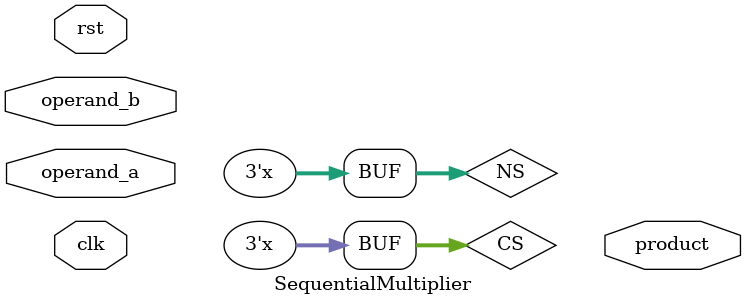
<source format=v>


`timescale 1ns / 1ps

module SequentialMultiplier(
  input [3:0] operand_a,
  input [3:0] operand_b,
  input clk,
  input rst,
  output reg [7:0] product
);

// Define states
parameter S0_idle = 0, S1_multiply = 1, S2_update_result = 2;
reg [2:0] CS, NS;

reg [7:0] partial_product;
reg [7:0] multiplicand;
reg [7:0] operand_bb;
reg [7:0] shift_count;

always @(posedge clk or posedge rst)
begin
  if (rst == 1)
    CS <= S0_idle;
  else
    CS <= NS;
end

always @(*)
begin
  case (CS)
    S0_idle: begin
      partial_product <= 8'b0;
      shift_count <= 3'b0;
      multiplicand <= {4'b0, operand_a};
      operand_bb <= operand_b;
      NS = S1_multiply;
    end
    S1_multiply: begin
      if (shift_count < 4) begin
        if (operand_bb[0])
          partial_product <= partial_product + multiplicand;
        multiplicand <= multiplicand << 1;
        operand_bb <= operand_bb >> 1;
        shift_count <= shift_count + 1;
      end
      else begin
        NS = S2_update_result;
      end
    end
    S2_update_result: begin
      if (shift_count == 4) begin
        CS = S0_idle;
        product <= partial_product;
      end
      else begin
        NS = S1_multiply;
      end
    end
  endcase
end

endmodule
</source>
